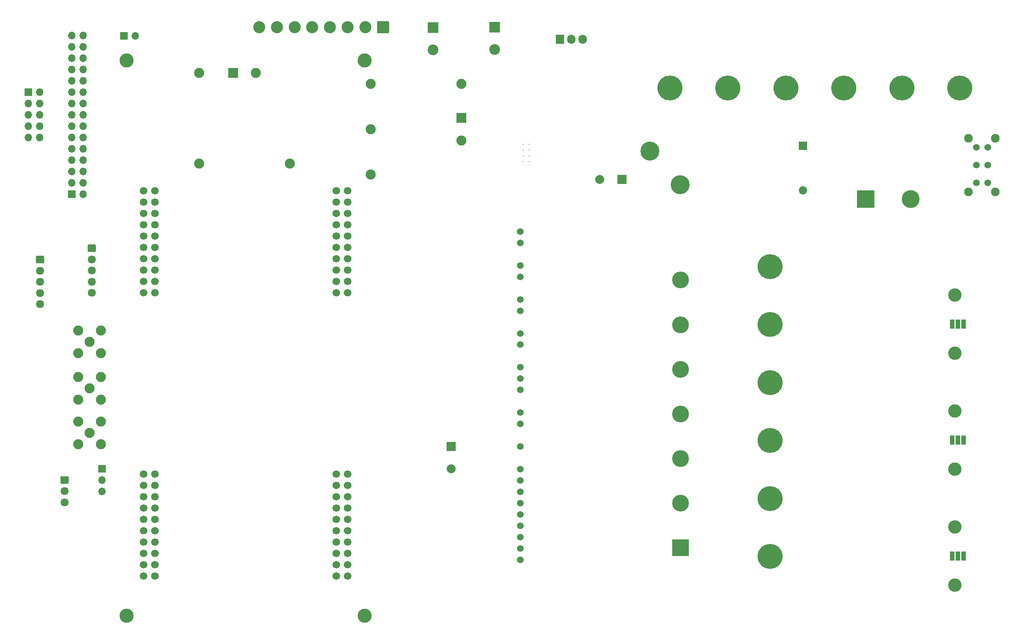
<source format=gbr>
%TF.GenerationSoftware,KiCad,Pcbnew,(5.1.8)-1*%
%TF.CreationDate,2021-03-22T22:31:27+09:00*%
%TF.ProjectId,inverter_IPM,696e7665-7274-4657-925f-49504d2e6b69,rev?*%
%TF.SameCoordinates,Original*%
%TF.FileFunction,Soldermask,Bot*%
%TF.FilePolarity,Negative*%
%FSLAX46Y46*%
G04 Gerber Fmt 4.6, Leading zero omitted, Abs format (unit mm)*
G04 Created by KiCad (PCBNEW (5.1.8)-1) date 2021-03-22 22:31:27*
%MOMM*%
%LPD*%
G01*
G04 APERTURE LIST*
%ADD10O,1.905000X2.000000*%
%ADD11R,1.905000X2.000000*%
%ADD12C,1.700000*%
%ADD13C,3.175000*%
%ADD14C,3.000000*%
%ADD15R,1.000000X2.000000*%
%ADD16R,2.250000X2.250000*%
%ADD17C,2.250000*%
%ADD18C,1.500000*%
%ADD19R,3.770000X3.770000*%
%ADD20C,3.770000*%
%ADD21C,0.300000*%
%ADD22C,1.950000*%
%ADD23C,1.508000*%
%ADD24C,4.250000*%
%ADD25C,1.850000*%
%ADD26R,1.850000X1.850000*%
%ADD27O,1.700000X1.700000*%
%ADD28R,1.700000X1.700000*%
%ADD29O,1.850000X1.700000*%
%ADD30C,2.700000*%
%ADD31C,5.600000*%
%ADD32R,2.400000X2.400000*%
%ADD33C,2.400000*%
%ADD34C,2.000000*%
%ADD35R,2.000000X2.000000*%
%ADD36C,4.000000*%
%ADD37R,4.000000X4.000000*%
G04 APERTURE END LIST*
D10*
%TO.C,D1*%
X139954000Y-22352000D03*
X137414000Y-22352000D03*
D11*
X134874000Y-22352000D03*
%TD*%
D12*
%TO.C,U3*%
X84810600Y-142697200D03*
X84810600Y-140157200D03*
X84810600Y-137617200D03*
X84810600Y-135077200D03*
X84810600Y-132537200D03*
X84810600Y-129997200D03*
X84810600Y-127457200D03*
X84810600Y-124917200D03*
X84810600Y-122377200D03*
X87350600Y-142697200D03*
X87350600Y-140157200D03*
X87350600Y-137617200D03*
X87350600Y-135077200D03*
X87350600Y-132537200D03*
X87350600Y-129997200D03*
X87350600Y-127457200D03*
X87350600Y-124917200D03*
X87350600Y-122377200D03*
X84810600Y-79197200D03*
X84810600Y-76657200D03*
X84810600Y-74117200D03*
X84810600Y-71577200D03*
X84810600Y-69037200D03*
X84810600Y-66497200D03*
X84810600Y-63957200D03*
X84810600Y-61417200D03*
X84810600Y-58877200D03*
X87350600Y-79197200D03*
X87350600Y-76657200D03*
X87350600Y-74117200D03*
X87350600Y-71577200D03*
X87350600Y-69037200D03*
X87350600Y-66497200D03*
X87350600Y-63957200D03*
X87350600Y-61417200D03*
X87350600Y-58877200D03*
X84810600Y-119837200D03*
X87350600Y-119837200D03*
X84810600Y-56337200D03*
X87350600Y-56337200D03*
X44170600Y-142697200D03*
X44170600Y-140157200D03*
X44170600Y-137617200D03*
X44170600Y-135077200D03*
X44170600Y-132537200D03*
X44170600Y-129997200D03*
X44170600Y-127457200D03*
X44170600Y-124917200D03*
X44170600Y-122377200D03*
X44170600Y-119837200D03*
X41630600Y-142697200D03*
X41630600Y-140157200D03*
X41630600Y-137617200D03*
X41630600Y-135077200D03*
X41630600Y-132537200D03*
X41630600Y-129997200D03*
X41630600Y-127457200D03*
X41630600Y-124917200D03*
X41630600Y-122377200D03*
X41630600Y-119837200D03*
X44170600Y-79197200D03*
X44170600Y-76657200D03*
X44170600Y-74117200D03*
X44170600Y-71577200D03*
X44170600Y-69037200D03*
X44170600Y-66497200D03*
X44170600Y-63957200D03*
X44170600Y-61417200D03*
X44170600Y-58877200D03*
X44170600Y-56337200D03*
X41630600Y-79197200D03*
X41630600Y-76657200D03*
X41630600Y-74117200D03*
X41630600Y-71577200D03*
X41630600Y-69037200D03*
X41630600Y-66497200D03*
X41630600Y-63957200D03*
X41630600Y-61417200D03*
X41630600Y-58877200D03*
X41630600Y-56337200D03*
D13*
X91160600Y-151587200D03*
X37820600Y-151587200D03*
X91160600Y-27127200D03*
X37820600Y-27127200D03*
%TD*%
D14*
%TO.C,U18*%
X223387680Y-105729101D03*
X223387680Y-118729101D03*
D15*
X222817680Y-112229101D03*
X224087680Y-112229101D03*
X225357680Y-112229101D03*
%TD*%
%TO.C,U17*%
X225357680Y-86229101D03*
X224087680Y-86229101D03*
X222817680Y-86229101D03*
D14*
X223387680Y-92729101D03*
X223387680Y-79729101D03*
%TD*%
%TO.C,U15*%
X223387680Y-131729101D03*
X223387680Y-144729101D03*
D15*
X222817680Y-138229101D03*
X224087680Y-138229101D03*
X225357680Y-138229101D03*
%TD*%
D16*
%TO.C,U9*%
X112776000Y-40005000D03*
D17*
X112776000Y-45085000D03*
X92456000Y-52705000D03*
X92456000Y-42545000D03*
X92456000Y-32385000D03*
X112776000Y-32385000D03*
%TD*%
D18*
%TO.C,U5*%
X126055300Y-139057100D03*
X126055300Y-136517100D03*
X126055300Y-133977100D03*
X126055300Y-131437100D03*
X126055300Y-128897100D03*
X126055300Y-126357100D03*
X126055300Y-123817100D03*
X126055300Y-121277100D03*
X126055300Y-118737100D03*
X126055300Y-113657100D03*
X126055300Y-108577100D03*
X126055300Y-106037100D03*
X126055300Y-67977100D03*
X126055300Y-65437100D03*
X126055300Y-73057100D03*
X126055300Y-75597100D03*
X126055300Y-80677100D03*
X126055300Y-83217100D03*
X126055300Y-88297100D03*
X126055300Y-90797100D03*
X126055300Y-95877100D03*
X126055300Y-98417100D03*
D19*
X161955300Y-136357100D03*
D20*
X161955300Y-126357100D03*
X161955300Y-116357100D03*
X161955300Y-106357100D03*
X161955300Y-96357100D03*
X161955300Y-86357100D03*
X161955300Y-76357100D03*
D18*
X126055300Y-100957100D03*
%TD*%
D21*
%TO.C,U4*%
X128005600Y-49829000D03*
X126705600Y-49829000D03*
X128005600Y-48529000D03*
X126705600Y-48529000D03*
X128005600Y-47229000D03*
X126705600Y-47229000D03*
X128005600Y-45929000D03*
X126705600Y-45929000D03*
%TD*%
D16*
%TO.C,U1*%
X61633100Y-29921200D03*
D17*
X66713100Y-29921200D03*
X74333100Y-50241200D03*
X54013100Y-50241200D03*
X54013100Y-29921200D03*
%TD*%
D22*
%TO.C,S1*%
X232476300Y-44584100D03*
X232476300Y-56584100D03*
X226476300Y-44584100D03*
X226476300Y-56584100D03*
D23*
X230726300Y-46584100D03*
X230726300Y-50584100D03*
X230726300Y-54584100D03*
X228226300Y-46584100D03*
X228226300Y-54584100D03*
X228226300Y-50584100D03*
%TD*%
D24*
%TO.C,K1*%
X161841300Y-54969100D03*
X155091300Y-47469100D03*
D25*
X189341300Y-56219100D03*
D26*
X189341300Y-46219100D03*
%TD*%
D27*
%TO.C,J13*%
X18288000Y-44425000D03*
X15748000Y-44425000D03*
X18288000Y-41885000D03*
X15748000Y-41885000D03*
X18288000Y-39345000D03*
X15748000Y-39345000D03*
X18288000Y-36805000D03*
X15748000Y-36805000D03*
X18288000Y-34265000D03*
D28*
X15748000Y-34265000D03*
%TD*%
D27*
%TO.C,J12*%
X39751000Y-21590000D03*
D28*
X37211000Y-21590000D03*
%TD*%
D27*
%TO.C,J11*%
X28067000Y-21530000D03*
X25527000Y-21530000D03*
X28067000Y-24070000D03*
X25527000Y-24070000D03*
X28067000Y-26610000D03*
X25527000Y-26610000D03*
X28067000Y-29150000D03*
X25527000Y-29150000D03*
X28067000Y-31690000D03*
X25527000Y-31690000D03*
X28067000Y-34230000D03*
X25527000Y-34230000D03*
X28067000Y-36770000D03*
X25527000Y-36770000D03*
X28067000Y-39310000D03*
X25527000Y-39310000D03*
X28067000Y-41850000D03*
X25527000Y-41850000D03*
X28067000Y-44390000D03*
X25527000Y-44390000D03*
X28067000Y-46930000D03*
X25527000Y-46930000D03*
X28067000Y-49470000D03*
X25527000Y-49470000D03*
X28067000Y-52010000D03*
X25527000Y-52010000D03*
X28067000Y-54550000D03*
X25527000Y-54550000D03*
X28067000Y-57090000D03*
D28*
X25527000Y-57090000D03*
%TD*%
D29*
%TO.C,J10*%
X18415000Y-81755000D03*
X18415000Y-79255000D03*
X18415000Y-76755000D03*
X18415000Y-74255000D03*
G36*
G01*
X17740000Y-70905000D02*
X19090000Y-70905000D01*
G75*
G02*
X19340000Y-71155000I0J-250000D01*
G01*
X19340000Y-72355000D01*
G75*
G02*
X19090000Y-72605000I-250000J0D01*
G01*
X17740000Y-72605000D01*
G75*
G02*
X17490000Y-72355000I0J250000D01*
G01*
X17490000Y-71155000D01*
G75*
G02*
X17740000Y-70905000I250000J0D01*
G01*
G37*
%TD*%
D17*
%TO.C,J9*%
X29464000Y-110617000D03*
X32004000Y-108077000D03*
X26924000Y-108077000D03*
X26924000Y-113157000D03*
X32004000Y-113157000D03*
%TD*%
%TO.C,J8*%
X29464000Y-100584000D03*
X32004000Y-98044000D03*
X26924000Y-98044000D03*
X26924000Y-103124000D03*
X32004000Y-103124000D03*
%TD*%
D30*
%TO.C,J7*%
X67530000Y-19685000D03*
X71490000Y-19685000D03*
X75450000Y-19685000D03*
X79410000Y-19685000D03*
X83370000Y-19685000D03*
X87330000Y-19685000D03*
X91290000Y-19685000D03*
G36*
G01*
X96600000Y-18585001D02*
X96600000Y-20784999D01*
G75*
G02*
X96349999Y-21035000I-250001J0D01*
G01*
X94150001Y-21035000D01*
G75*
G02*
X93900000Y-20784999I0J250001D01*
G01*
X93900000Y-18585001D01*
G75*
G02*
X94150001Y-18335000I250001J0D01*
G01*
X96349999Y-18335000D01*
G75*
G02*
X96600000Y-18585001I0J-250001D01*
G01*
G37*
%TD*%
D17*
%TO.C,J6*%
X29464000Y-90170000D03*
X32004000Y-87630000D03*
X26924000Y-87630000D03*
X26924000Y-92710000D03*
X32004000Y-92710000D03*
%TD*%
D29*
%TO.C,J5*%
X29972000Y-79215000D03*
X29972000Y-76715000D03*
X29972000Y-74215000D03*
X29972000Y-71715000D03*
G36*
G01*
X29297000Y-68365000D02*
X30647000Y-68365000D01*
G75*
G02*
X30897000Y-68615000I0J-250000D01*
G01*
X30897000Y-69815000D01*
G75*
G02*
X30647000Y-70065000I-250000J0D01*
G01*
X29297000Y-70065000D01*
G75*
G02*
X29047000Y-69815000I0J250000D01*
G01*
X29047000Y-68615000D01*
G75*
G02*
X29297000Y-68365000I250000J0D01*
G01*
G37*
%TD*%
%TO.C,J4*%
X23876000Y-126158000D03*
X23876000Y-123658000D03*
G36*
G01*
X23201000Y-120308000D02*
X24551000Y-120308000D01*
G75*
G02*
X24801000Y-120558000I0J-250000D01*
G01*
X24801000Y-121758000D01*
G75*
G02*
X24551000Y-122008000I-250000J0D01*
G01*
X23201000Y-122008000D01*
G75*
G02*
X22951000Y-121758000I0J250000D01*
G01*
X22951000Y-120558000D01*
G75*
G02*
X23201000Y-120308000I250000J0D01*
G01*
G37*
%TD*%
D31*
%TO.C,J3*%
X181961300Y-73324100D03*
X181961300Y-86324100D03*
X181961300Y-99324100D03*
X181961300Y-112324100D03*
X181961300Y-125324100D03*
X181961300Y-138324100D03*
%TD*%
%TO.C,J2*%
X224506300Y-33329100D03*
X211506300Y-33329100D03*
X198506300Y-33329100D03*
X185506300Y-33329100D03*
X172506300Y-33329100D03*
X159506300Y-33329100D03*
%TD*%
D27*
%TO.C,J1*%
X32258000Y-123698000D03*
X32258000Y-121158000D03*
D28*
X32258000Y-118618000D03*
%TD*%
D32*
%TO.C,C58*%
X120243600Y-19685000D03*
D33*
X120243600Y-24685000D03*
%TD*%
D34*
%TO.C,C42*%
X110490000Y-118665000D03*
D35*
X110490000Y-113665000D03*
%TD*%
D34*
%TO.C,C26*%
X143831300Y-53759100D03*
D35*
X148831300Y-53759100D03*
%TD*%
D36*
%TO.C,C6*%
X213441300Y-58204100D03*
D37*
X203441300Y-58204100D03*
%TD*%
D33*
%TO.C,C2*%
X106476800Y-24786600D03*
D32*
X106476800Y-19786600D03*
%TD*%
M02*

</source>
